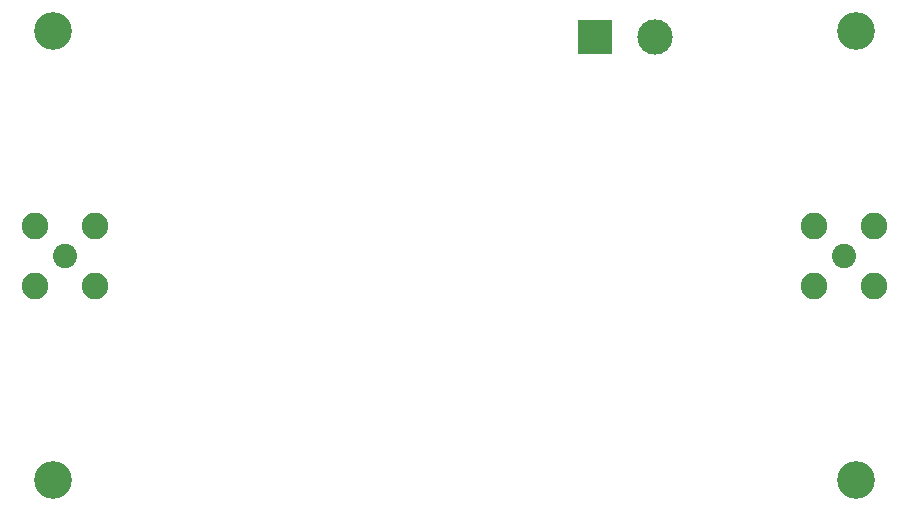
<source format=gbr>
%TF.GenerationSoftware,KiCad,Pcbnew,8.0.3*%
%TF.CreationDate,2024-06-21T17:49:06+08:00*%
%TF.ProjectId,LNA1690,4c4e4131-3639-4302-9e6b-696361645f70,rev?*%
%TF.SameCoordinates,Original*%
%TF.FileFunction,Soldermask,Bot*%
%TF.FilePolarity,Negative*%
%FSLAX46Y46*%
G04 Gerber Fmt 4.6, Leading zero omitted, Abs format (unit mm)*
G04 Created by KiCad (PCBNEW 8.0.3) date 2024-06-21 17:49:06*
%MOMM*%
%LPD*%
G01*
G04 APERTURE LIST*
%ADD10C,3.200000*%
%ADD11C,2.050000*%
%ADD12C,2.250000*%
%ADD13R,3.000000X3.000000*%
%ADD14C,3.000000*%
G04 APERTURE END LIST*
D10*
%TO.C,H3*%
X166500000Y-101500000D03*
%TD*%
%TO.C,H2*%
X166500000Y-63500000D03*
%TD*%
D11*
%TO.C,J3*%
X165460000Y-82500000D03*
D12*
X162920000Y-79960000D03*
X162920000Y-85040000D03*
X168000000Y-79960000D03*
X168000000Y-85040000D03*
%TD*%
D10*
%TO.C,H4*%
X98500000Y-101500000D03*
%TD*%
%TO.C,H1*%
X98500000Y-63500000D03*
%TD*%
D13*
%TO.C,J1*%
X144420000Y-64000000D03*
D14*
X149500000Y-64000000D03*
%TD*%
D11*
%TO.C,J2*%
X99500000Y-82500000D03*
D12*
X96960000Y-79960000D03*
X96960000Y-85040000D03*
X102040000Y-79960000D03*
X102040000Y-85040000D03*
%TD*%
M02*

</source>
